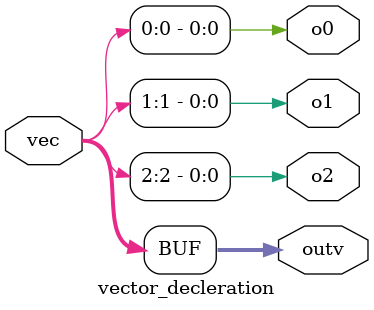
<source format=v>
`timescale 1ns / 1ps


module vector_decleration(
    input wire [2:0] vec,
    output wire [2:0] outv,
    output wire o2,
    output wire o1,
    output wire o0  );
    
    assign outv = vec;
    assign o0 = vec[0];
    assign o1 = vec[1];
    assign o2 = vec[2];
    
endmodule

</source>
